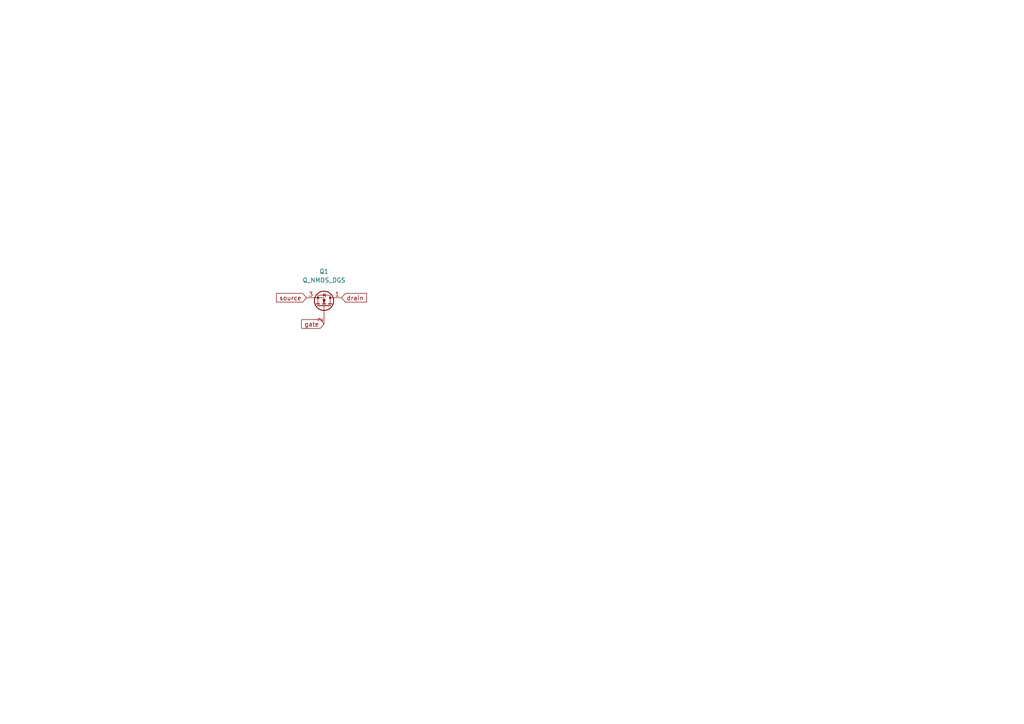
<source format=kicad_sch>
(kicad_sch (version 20211123) (generator eeschema)
  (paper "A4")
  (title_block (title "Simple Circuit") (date "2022-08-02") (rev "v01"))
  (lib_symbols
    (symbol "Device:Q_NMOS_DGS" (pin_names (offset 0) hide)
      (property "Reference" "Q" (at 5.08 1.27 0))
      (property "Value" "Q_NMOS_DGS" (at 5.08 -1.27 0))
      (symbol "Q_NMOS_DGS_0_1"
        (polyline (pts (xy 0.254 0) (xy -2.54 0)))
        (polyline (pts (xy 0.254 1.905) (xy 0.254 -1.905)) (stroke (width 0.254)))
        (polyline (pts (xy 0.762 -1.27) (xy 0.762 -2.286)) (stroke (width 0.254)))
        (polyline (pts (xy 0.762 0.508) (xy 0.762 -0.508)) (stroke (width 0.254)))
        (polyline (pts (xy 0.762 2.286) (xy 0.762 1.27)) (stroke (width 0.254)))
        (polyline (pts (xy 2.54 2.54) (xy 2.54 1.778)))
        (polyline (pts (xy 2.54 -2.54) (xy 2.54 0) (xy 0.762 0)))
        (polyline (pts (xy 0.762 -1.778) (xy 3.302 -1.778) (xy 3.302 1.778) (xy 0.762 1.778)))
        (polyline (pts (xy 1.016 0) (xy 2.032 0.381) (xy 2.032 -0.381) (xy 1.016 0)) (fill (type outline)))
        (polyline (pts (xy 2.794 0.508) (xy 2.921 0.381) (xy 3.683 0.381) (xy 3.81 0.254)))
        (polyline (pts (xy 3.302 0.381) (xy 2.921 -0.254) (xy 3.683 -0.254) (xy 3.302 0.381)))
        (circle (center 1.651 0) (radius 2.794) (stroke (width 0.254)))
        (circle (center 2.54 -1.778) (radius 0.254) (fill (type outline)))
        (circle (center 2.54 1.778) (radius 0.254) (fill (type outline)))
      )
      (symbol "Q_NMOS_DGS_1_1"
        (pin passive line (at 2.54 5.08 270) (length 2.54) (name "D") (number "1"))
        (pin input line (at -5.08 0 0) (length 2.54) (name "G") (number "2"))
        (pin passive line (at 2.54 -5.08 90) (length 2.54) (name "S") (number "3"))
      )
    )
  )
  (global_label "drain" (shape input) (at 99.06 86.36 0) (property "Intersheet References" "${INTERSHEET_REFS}" (effects hide)))
  (global_label "gate" (shape input) (at 93.98 93.98 180) (property "Intersheet References" "${INTERSHEET_REFS}" (effects hide)))
  (global_label "source" (shape input) (at 88.9 86.36 180) (property "Intersheet References" "${INTERSHEET_REFS}" (effects hide)))
  (symbol (lib_id "Device:Q_NMOS_DGS") (at 93.98 88.9 270) (mirror x) (unit 1)
    (property "Reference" "Q1" (at 93.98 78.74 90))
    (property "Value" "Q_NMOS_DGS" (at 93.98 81.28 90))
  )
)
</source>
